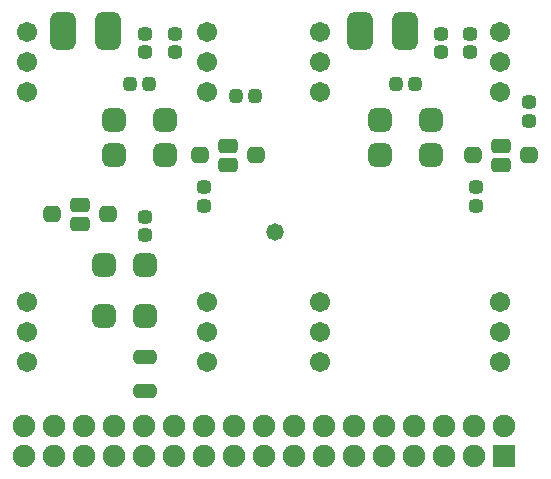
<source format=gts>
G04*
G04 #@! TF.GenerationSoftware,Altium Limited,Altium Designer,21.2.2 (38)*
G04*
G04 Layer_Color=8388736*
%FSLAX44Y44*%
%MOMM*%
G71*
G04*
G04 #@! TF.SameCoordinates,F90950B5-CE6C-4725-8A59-E2001084E966*
G04*
G04*
G04 #@! TF.FilePolarity,Negative*
G04*
G01*
G75*
G04:AMPARAMS|DCode=10|XSize=1.7032mm|YSize=1.2032mm|CornerRadius=0.3516mm|HoleSize=0mm|Usage=FLASHONLY|Rotation=180.000|XOffset=0mm|YOffset=0mm|HoleType=Round|Shape=RoundedRectangle|*
%AMROUNDEDRECTD10*
21,1,1.7032,0.5000,0,0,180.0*
21,1,1.0000,1.2032,0,0,180.0*
1,1,0.7032,-0.5000,0.2500*
1,1,0.7032,0.5000,0.2500*
1,1,0.7032,0.5000,-0.2500*
1,1,0.7032,-0.5000,-0.2500*
%
%ADD10ROUNDEDRECTD10*%
G04:AMPARAMS|DCode=11|XSize=1.9812mm|YSize=1.9812mm|CornerRadius=0.5461mm|HoleSize=0mm|Usage=FLASHONLY|Rotation=90.000|XOffset=0mm|YOffset=0mm|HoleType=Round|Shape=RoundedRectangle|*
%AMROUNDEDRECTD11*
21,1,1.9812,0.8890,0,0,90.0*
21,1,0.8890,1.9812,0,0,90.0*
1,1,1.0922,0.4445,0.4445*
1,1,1.0922,0.4445,-0.4445*
1,1,1.0922,-0.4445,-0.4445*
1,1,1.0922,-0.4445,0.4445*
%
%ADD11ROUNDEDRECTD11*%
G04:AMPARAMS|DCode=12|XSize=2.2032mm|YSize=3.2032mm|CornerRadius=0.6016mm|HoleSize=0mm|Usage=FLASHONLY|Rotation=0.000|XOffset=0mm|YOffset=0mm|HoleType=Round|Shape=RoundedRectangle|*
%AMROUNDEDRECTD12*
21,1,2.2032,2.0000,0,0,0.0*
21,1,1.0000,3.2032,0,0,0.0*
1,1,1.2032,0.5000,-1.0000*
1,1,1.2032,-0.5000,-1.0000*
1,1,1.2032,-0.5000,1.0000*
1,1,1.2032,0.5000,1.0000*
%
%ADD12ROUNDEDRECTD12*%
G04:AMPARAMS|DCode=13|XSize=1.9812mm|YSize=1.9812mm|CornerRadius=0.5461mm|HoleSize=0mm|Usage=FLASHONLY|Rotation=180.000|XOffset=0mm|YOffset=0mm|HoleType=Round|Shape=RoundedRectangle|*
%AMROUNDEDRECTD13*
21,1,1.9812,0.8890,0,0,180.0*
21,1,0.8890,1.9812,0,0,180.0*
1,1,1.0922,-0.4445,0.4445*
1,1,1.0922,0.4445,0.4445*
1,1,1.0922,0.4445,-0.4445*
1,1,1.0922,-0.4445,-0.4445*
%
%ADD13ROUNDEDRECTD13*%
G04:AMPARAMS|DCode=14|XSize=1.1032mm|YSize=1.2032mm|CornerRadius=0.3266mm|HoleSize=0mm|Usage=FLASHONLY|Rotation=270.000|XOffset=0mm|YOffset=0mm|HoleType=Round|Shape=RoundedRectangle|*
%AMROUNDEDRECTD14*
21,1,1.1032,0.5500,0,0,270.0*
21,1,0.4500,1.2032,0,0,270.0*
1,1,0.6532,-0.2750,-0.2250*
1,1,0.6532,-0.2750,0.2250*
1,1,0.6532,0.2750,0.2250*
1,1,0.6532,0.2750,-0.2250*
%
%ADD14ROUNDEDRECTD14*%
G04:AMPARAMS|DCode=15|XSize=1.4532mm|YSize=1.4032mm|CornerRadius=0.4016mm|HoleSize=0mm|Usage=FLASHONLY|Rotation=180.000|XOffset=0mm|YOffset=0mm|HoleType=Round|Shape=RoundedRectangle|*
%AMROUNDEDRECTD15*
21,1,1.4532,0.6000,0,0,180.0*
21,1,0.6500,1.4032,0,0,180.0*
1,1,0.8032,-0.3250,0.3000*
1,1,0.8032,0.3250,0.3000*
1,1,0.8032,0.3250,-0.3000*
1,1,0.8032,-0.3250,-0.3000*
%
%ADD15ROUNDEDRECTD15*%
G04:AMPARAMS|DCode=16|XSize=1.9532mm|YSize=1.2032mm|CornerRadius=0.3516mm|HoleSize=0mm|Usage=FLASHONLY|Rotation=180.000|XOffset=0mm|YOffset=0mm|HoleType=Round|Shape=RoundedRectangle|*
%AMROUNDEDRECTD16*
21,1,1.9532,0.5000,0,0,180.0*
21,1,1.2500,1.2032,0,0,180.0*
1,1,0.7032,-0.6250,0.2500*
1,1,0.7032,0.6250,0.2500*
1,1,0.7032,0.6250,-0.2500*
1,1,0.7032,-0.6250,-0.2500*
%
%ADD16ROUNDEDRECTD16*%
G04:AMPARAMS|DCode=17|XSize=1.1032mm|YSize=1.2032mm|CornerRadius=0.3266mm|HoleSize=0mm|Usage=FLASHONLY|Rotation=0.000|XOffset=0mm|YOffset=0mm|HoleType=Round|Shape=RoundedRectangle|*
%AMROUNDEDRECTD17*
21,1,1.1032,0.5500,0,0,0.0*
21,1,0.4500,1.2032,0,0,0.0*
1,1,0.6532,0.2250,-0.2750*
1,1,0.6532,-0.2250,-0.2750*
1,1,0.6532,-0.2250,0.2750*
1,1,0.6532,0.2250,0.2750*
%
%ADD17ROUNDEDRECTD17*%
%ADD18C,1.7032*%
%ADD19R,1.9032X1.9032*%
%ADD20C,1.9032*%
%ADD21C,1.4732*%
D10*
X345000Y488000D02*
D03*
Y472000D02*
D03*
X701250Y522000D02*
D03*
Y538000D02*
D03*
X470000Y522000D02*
D03*
Y538000D02*
D03*
D11*
X365000Y393410D02*
D03*
X400000D02*
D03*
Y436590D02*
D03*
X365000D02*
D03*
D12*
X619760Y635000D02*
D03*
X581660D02*
D03*
X330200D02*
D03*
X368300D02*
D03*
D13*
X373410Y530000D02*
D03*
X416590D02*
D03*
Y560000D02*
D03*
X373410D02*
D03*
X598410Y530000D02*
D03*
X641590D02*
D03*
X598410Y560000D02*
D03*
X641590D02*
D03*
D14*
X675000Y617000D02*
D03*
Y633000D02*
D03*
X725000Y575000D02*
D03*
Y559000D02*
D03*
X450000Y487000D02*
D03*
Y503000D02*
D03*
X400000Y633000D02*
D03*
Y617000D02*
D03*
X425000D02*
D03*
Y633000D02*
D03*
X650000D02*
D03*
Y617000D02*
D03*
X680000Y487000D02*
D03*
Y503000D02*
D03*
X400000Y462000D02*
D03*
Y478000D02*
D03*
D15*
X725000Y530000D02*
D03*
X677500D02*
D03*
X368750Y480000D02*
D03*
X321250D02*
D03*
X493750Y530000D02*
D03*
X446250D02*
D03*
D16*
X400000Y359500D02*
D03*
Y330500D02*
D03*
D17*
X403000Y590000D02*
D03*
X387000D02*
D03*
X628000D02*
D03*
X612000D02*
D03*
X477000Y580000D02*
D03*
X493000D02*
D03*
D18*
X452400Y405800D02*
D03*
X300000D02*
D03*
X452400Y380400D02*
D03*
X300000D02*
D03*
X452400Y355000D02*
D03*
X300000D02*
D03*
X452400Y583600D02*
D03*
X300000D02*
D03*
X452400Y609000D02*
D03*
X300000D02*
D03*
X452400Y634400D02*
D03*
X300000D02*
D03*
X700000Y380400D02*
D03*
Y355000D02*
D03*
X547600Y634400D02*
D03*
X700000D02*
D03*
X547600Y609000D02*
D03*
X700000D02*
D03*
X547600Y583600D02*
D03*
X700000D02*
D03*
X547600Y355000D02*
D03*
Y380400D02*
D03*
Y405800D02*
D03*
X700000D02*
D03*
D19*
X703972Y275000D02*
D03*
D20*
Y300400D02*
D03*
X678572Y275000D02*
D03*
Y300400D02*
D03*
X653172Y275000D02*
D03*
Y300400D02*
D03*
X627772D02*
D03*
Y275000D02*
D03*
X602372Y300400D02*
D03*
Y275000D02*
D03*
X500772D02*
D03*
Y300400D02*
D03*
X526172Y275000D02*
D03*
Y300400D02*
D03*
X551572D02*
D03*
Y275000D02*
D03*
X576972Y300400D02*
D03*
Y275000D02*
D03*
X399172D02*
D03*
Y300400D02*
D03*
X424572Y275000D02*
D03*
Y300400D02*
D03*
X449972D02*
D03*
Y275000D02*
D03*
X475372Y300400D02*
D03*
Y275000D02*
D03*
X322972D02*
D03*
Y300400D02*
D03*
X348372D02*
D03*
Y275000D02*
D03*
X373772Y300400D02*
D03*
Y275000D02*
D03*
X297572Y300400D02*
D03*
Y275000D02*
D03*
D21*
X510000Y465000D02*
D03*
M02*

</source>
